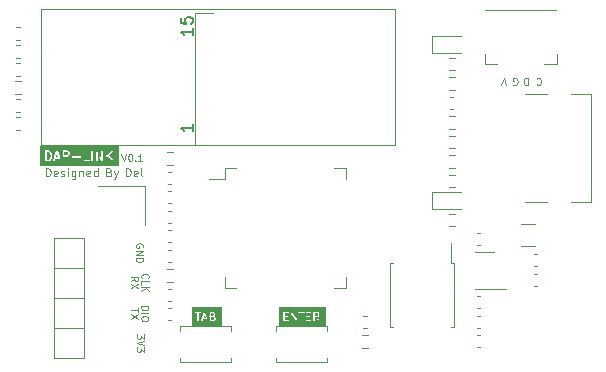
<source format=gbr>
%TF.GenerationSoftware,KiCad,Pcbnew,(7.0.0)*%
%TF.CreationDate,2023-03-01T10:12:44+08:00*%
%TF.ProjectId,DAP_Link_V0_1,4441505f-4c69-46e6-9b5f-56305f312e6b,rev?*%
%TF.SameCoordinates,Original*%
%TF.FileFunction,Legend,Top*%
%TF.FilePolarity,Positive*%
%FSLAX46Y46*%
G04 Gerber Fmt 4.6, Leading zero omitted, Abs format (unit mm)*
G04 Created by KiCad (PCBNEW (7.0.0)) date 2023-03-01 10:12:44*
%MOMM*%
%LPD*%
G01*
G04 APERTURE LIST*
%ADD10C,0.120000*%
%ADD11C,0.110000*%
%ADD12C,0.130000*%
%ADD13C,0.100000*%
%ADD14C,0.150000*%
G04 APERTURE END LIST*
D10*
X87441066Y-68199066D02*
X87441066Y-67499066D01*
X87441066Y-67499066D02*
X87607733Y-67499066D01*
X87607733Y-67499066D02*
X87707733Y-67532400D01*
X87707733Y-67532400D02*
X87774400Y-67599066D01*
X87774400Y-67599066D02*
X87807733Y-67665733D01*
X87807733Y-67665733D02*
X87841066Y-67799066D01*
X87841066Y-67799066D02*
X87841066Y-67899066D01*
X87841066Y-67899066D02*
X87807733Y-68032400D01*
X87807733Y-68032400D02*
X87774400Y-68099066D01*
X87774400Y-68099066D02*
X87707733Y-68165733D01*
X87707733Y-68165733D02*
X87607733Y-68199066D01*
X87607733Y-68199066D02*
X87441066Y-68199066D01*
X88407733Y-68165733D02*
X88341066Y-68199066D01*
X88341066Y-68199066D02*
X88207733Y-68199066D01*
X88207733Y-68199066D02*
X88141066Y-68165733D01*
X88141066Y-68165733D02*
X88107733Y-68099066D01*
X88107733Y-68099066D02*
X88107733Y-67832400D01*
X88107733Y-67832400D02*
X88141066Y-67765733D01*
X88141066Y-67765733D02*
X88207733Y-67732400D01*
X88207733Y-67732400D02*
X88341066Y-67732400D01*
X88341066Y-67732400D02*
X88407733Y-67765733D01*
X88407733Y-67765733D02*
X88441066Y-67832400D01*
X88441066Y-67832400D02*
X88441066Y-67899066D01*
X88441066Y-67899066D02*
X88107733Y-67965733D01*
X88707733Y-68165733D02*
X88774400Y-68199066D01*
X88774400Y-68199066D02*
X88907733Y-68199066D01*
X88907733Y-68199066D02*
X88974400Y-68165733D01*
X88974400Y-68165733D02*
X89007733Y-68099066D01*
X89007733Y-68099066D02*
X89007733Y-68065733D01*
X89007733Y-68065733D02*
X88974400Y-67999066D01*
X88974400Y-67999066D02*
X88907733Y-67965733D01*
X88907733Y-67965733D02*
X88807733Y-67965733D01*
X88807733Y-67965733D02*
X88741066Y-67932400D01*
X88741066Y-67932400D02*
X88707733Y-67865733D01*
X88707733Y-67865733D02*
X88707733Y-67832400D01*
X88707733Y-67832400D02*
X88741066Y-67765733D01*
X88741066Y-67765733D02*
X88807733Y-67732400D01*
X88807733Y-67732400D02*
X88907733Y-67732400D01*
X88907733Y-67732400D02*
X88974400Y-67765733D01*
X89307733Y-68199066D02*
X89307733Y-67732400D01*
X89307733Y-67499066D02*
X89274400Y-67532400D01*
X89274400Y-67532400D02*
X89307733Y-67565733D01*
X89307733Y-67565733D02*
X89341067Y-67532400D01*
X89341067Y-67532400D02*
X89307733Y-67499066D01*
X89307733Y-67499066D02*
X89307733Y-67565733D01*
X89941066Y-67732400D02*
X89941066Y-68299066D01*
X89941066Y-68299066D02*
X89907733Y-68365733D01*
X89907733Y-68365733D02*
X89874400Y-68399066D01*
X89874400Y-68399066D02*
X89807733Y-68432400D01*
X89807733Y-68432400D02*
X89707733Y-68432400D01*
X89707733Y-68432400D02*
X89641066Y-68399066D01*
X89941066Y-68165733D02*
X89874400Y-68199066D01*
X89874400Y-68199066D02*
X89741066Y-68199066D01*
X89741066Y-68199066D02*
X89674400Y-68165733D01*
X89674400Y-68165733D02*
X89641066Y-68132400D01*
X89641066Y-68132400D02*
X89607733Y-68065733D01*
X89607733Y-68065733D02*
X89607733Y-67865733D01*
X89607733Y-67865733D02*
X89641066Y-67799066D01*
X89641066Y-67799066D02*
X89674400Y-67765733D01*
X89674400Y-67765733D02*
X89741066Y-67732400D01*
X89741066Y-67732400D02*
X89874400Y-67732400D01*
X89874400Y-67732400D02*
X89941066Y-67765733D01*
X90274399Y-67732400D02*
X90274399Y-68199066D01*
X90274399Y-67799066D02*
X90307733Y-67765733D01*
X90307733Y-67765733D02*
X90374399Y-67732400D01*
X90374399Y-67732400D02*
X90474399Y-67732400D01*
X90474399Y-67732400D02*
X90541066Y-67765733D01*
X90541066Y-67765733D02*
X90574399Y-67832400D01*
X90574399Y-67832400D02*
X90574399Y-68199066D01*
X91174399Y-68165733D02*
X91107732Y-68199066D01*
X91107732Y-68199066D02*
X90974399Y-68199066D01*
X90974399Y-68199066D02*
X90907732Y-68165733D01*
X90907732Y-68165733D02*
X90874399Y-68099066D01*
X90874399Y-68099066D02*
X90874399Y-67832400D01*
X90874399Y-67832400D02*
X90907732Y-67765733D01*
X90907732Y-67765733D02*
X90974399Y-67732400D01*
X90974399Y-67732400D02*
X91107732Y-67732400D01*
X91107732Y-67732400D02*
X91174399Y-67765733D01*
X91174399Y-67765733D02*
X91207732Y-67832400D01*
X91207732Y-67832400D02*
X91207732Y-67899066D01*
X91207732Y-67899066D02*
X90874399Y-67965733D01*
X91807732Y-68199066D02*
X91807732Y-67499066D01*
X91807732Y-68165733D02*
X91741066Y-68199066D01*
X91741066Y-68199066D02*
X91607732Y-68199066D01*
X91607732Y-68199066D02*
X91541066Y-68165733D01*
X91541066Y-68165733D02*
X91507732Y-68132400D01*
X91507732Y-68132400D02*
X91474399Y-68065733D01*
X91474399Y-68065733D02*
X91474399Y-67865733D01*
X91474399Y-67865733D02*
X91507732Y-67799066D01*
X91507732Y-67799066D02*
X91541066Y-67765733D01*
X91541066Y-67765733D02*
X91607732Y-67732400D01*
X91607732Y-67732400D02*
X91741066Y-67732400D01*
X91741066Y-67732400D02*
X91807732Y-67765733D01*
X92794399Y-67832400D02*
X92894399Y-67865733D01*
X92894399Y-67865733D02*
X92927732Y-67899066D01*
X92927732Y-67899066D02*
X92961065Y-67965733D01*
X92961065Y-67965733D02*
X92961065Y-68065733D01*
X92961065Y-68065733D02*
X92927732Y-68132400D01*
X92927732Y-68132400D02*
X92894399Y-68165733D01*
X92894399Y-68165733D02*
X92827732Y-68199066D01*
X92827732Y-68199066D02*
X92561065Y-68199066D01*
X92561065Y-68199066D02*
X92561065Y-67499066D01*
X92561065Y-67499066D02*
X92794399Y-67499066D01*
X92794399Y-67499066D02*
X92861065Y-67532400D01*
X92861065Y-67532400D02*
X92894399Y-67565733D01*
X92894399Y-67565733D02*
X92927732Y-67632400D01*
X92927732Y-67632400D02*
X92927732Y-67699066D01*
X92927732Y-67699066D02*
X92894399Y-67765733D01*
X92894399Y-67765733D02*
X92861065Y-67799066D01*
X92861065Y-67799066D02*
X92794399Y-67832400D01*
X92794399Y-67832400D02*
X92561065Y-67832400D01*
X93194399Y-67732400D02*
X93361065Y-68199066D01*
X93527732Y-67732400D02*
X93361065Y-68199066D01*
X93361065Y-68199066D02*
X93294399Y-68365733D01*
X93294399Y-68365733D02*
X93261065Y-68399066D01*
X93261065Y-68399066D02*
X93194399Y-68432400D01*
X94214398Y-68199066D02*
X94214398Y-67499066D01*
X94214398Y-67499066D02*
X94381065Y-67499066D01*
X94381065Y-67499066D02*
X94481065Y-67532400D01*
X94481065Y-67532400D02*
X94547732Y-67599066D01*
X94547732Y-67599066D02*
X94581065Y-67665733D01*
X94581065Y-67665733D02*
X94614398Y-67799066D01*
X94614398Y-67799066D02*
X94614398Y-67899066D01*
X94614398Y-67899066D02*
X94581065Y-68032400D01*
X94581065Y-68032400D02*
X94547732Y-68099066D01*
X94547732Y-68099066D02*
X94481065Y-68165733D01*
X94481065Y-68165733D02*
X94381065Y-68199066D01*
X94381065Y-68199066D02*
X94214398Y-68199066D01*
X95181065Y-68165733D02*
X95114398Y-68199066D01*
X95114398Y-68199066D02*
X94981065Y-68199066D01*
X94981065Y-68199066D02*
X94914398Y-68165733D01*
X94914398Y-68165733D02*
X94881065Y-68099066D01*
X94881065Y-68099066D02*
X94881065Y-67832400D01*
X94881065Y-67832400D02*
X94914398Y-67765733D01*
X94914398Y-67765733D02*
X94981065Y-67732400D01*
X94981065Y-67732400D02*
X95114398Y-67732400D01*
X95114398Y-67732400D02*
X95181065Y-67765733D01*
X95181065Y-67765733D02*
X95214398Y-67832400D01*
X95214398Y-67832400D02*
X95214398Y-67899066D01*
X95214398Y-67899066D02*
X94881065Y-67965733D01*
X95614398Y-68199066D02*
X95547732Y-68165733D01*
X95547732Y-68165733D02*
X95514398Y-68099066D01*
X95514398Y-68099066D02*
X95514398Y-67499066D01*
D11*
X93833942Y-66300028D02*
X94033942Y-66900028D01*
X94033942Y-66900028D02*
X94233942Y-66300028D01*
X94548228Y-66300028D02*
X94605371Y-66300028D01*
X94605371Y-66300028D02*
X94662514Y-66328600D01*
X94662514Y-66328600D02*
X94691086Y-66357171D01*
X94691086Y-66357171D02*
X94719657Y-66414314D01*
X94719657Y-66414314D02*
X94748228Y-66528600D01*
X94748228Y-66528600D02*
X94748228Y-66671457D01*
X94748228Y-66671457D02*
X94719657Y-66785742D01*
X94719657Y-66785742D02*
X94691086Y-66842885D01*
X94691086Y-66842885D02*
X94662514Y-66871457D01*
X94662514Y-66871457D02*
X94605371Y-66900028D01*
X94605371Y-66900028D02*
X94548228Y-66900028D01*
X94548228Y-66900028D02*
X94491086Y-66871457D01*
X94491086Y-66871457D02*
X94462514Y-66842885D01*
X94462514Y-66842885D02*
X94433943Y-66785742D01*
X94433943Y-66785742D02*
X94405371Y-66671457D01*
X94405371Y-66671457D02*
X94405371Y-66528600D01*
X94405371Y-66528600D02*
X94433943Y-66414314D01*
X94433943Y-66414314D02*
X94462514Y-66357171D01*
X94462514Y-66357171D02*
X94491086Y-66328600D01*
X94491086Y-66328600D02*
X94548228Y-66300028D01*
X95005372Y-66842885D02*
X95033943Y-66871457D01*
X95033943Y-66871457D02*
X95005372Y-66900028D01*
X95005372Y-66900028D02*
X94976800Y-66871457D01*
X94976800Y-66871457D02*
X95005372Y-66842885D01*
X95005372Y-66842885D02*
X95005372Y-66900028D01*
X95605371Y-66900028D02*
X95262514Y-66900028D01*
X95433943Y-66900028D02*
X95433943Y-66300028D01*
X95433943Y-66300028D02*
X95376800Y-66385742D01*
X95376800Y-66385742D02*
X95319657Y-66442885D01*
X95319657Y-66442885D02*
X95262514Y-66471457D01*
D12*
G36*
X87709125Y-66151411D02*
G01*
X87767007Y-66209293D01*
X87797194Y-66269668D01*
X87831619Y-66407364D01*
X87831619Y-66505645D01*
X87797193Y-66643343D01*
X87767007Y-66703715D01*
X87709126Y-66761597D01*
X87619405Y-66791504D01*
X87504476Y-66791504D01*
X87504476Y-66121504D01*
X87619403Y-66121504D01*
X87709125Y-66151411D01*
G37*
G36*
X88492150Y-66562933D02*
G01*
X88291563Y-66562933D01*
X88391857Y-66262052D01*
X88492150Y-66562933D01*
G37*
G36*
X89267639Y-66148021D02*
G01*
X89290817Y-66171199D01*
X89317333Y-66224229D01*
X89317333Y-66307826D01*
X89290815Y-66360858D01*
X89267639Y-66384036D01*
X89214607Y-66410552D01*
X88990190Y-66410552D01*
X88990190Y-66121504D01*
X89214607Y-66121504D01*
X89267639Y-66148021D01*
G37*
G36*
X93666142Y-67339886D02*
G01*
X86939714Y-67339886D01*
X86939714Y-66866145D01*
X87372422Y-66866145D01*
X87378417Y-66879274D01*
X87382486Y-66893129D01*
X87386224Y-66896368D01*
X87388279Y-66900867D01*
X87400423Y-66908672D01*
X87411334Y-66918126D01*
X87416228Y-66918829D01*
X87420390Y-66921504D01*
X87434830Y-66921504D01*
X87449117Y-66923558D01*
X87453615Y-66921504D01*
X87621803Y-66921504D01*
X87632400Y-66924204D01*
X87649394Y-66918539D01*
X87666577Y-66913494D01*
X87667408Y-66912534D01*
X87761469Y-66881180D01*
X87776704Y-66877867D01*
X87781343Y-66873228D01*
X88059543Y-66873228D01*
X88079006Y-66906064D01*
X88113132Y-66923166D01*
X88151087Y-66919103D01*
X88180819Y-66895165D01*
X88248230Y-66692933D01*
X88535484Y-66692933D01*
X88599814Y-66885924D01*
X88616039Y-66909271D01*
X88651312Y-66923863D01*
X88688874Y-66917068D01*
X88716799Y-66891045D01*
X88726223Y-66854056D01*
X88648859Y-66621963D01*
X88649387Y-66618292D01*
X88642900Y-66604089D01*
X88603268Y-66485193D01*
X88858136Y-66485193D01*
X88860190Y-66489691D01*
X88860190Y-66865849D01*
X88868200Y-66893129D01*
X88897048Y-66918126D01*
X88934831Y-66923558D01*
X88969553Y-66907701D01*
X88990190Y-66875590D01*
X88990190Y-66866145D01*
X90648612Y-66866145D01*
X90654607Y-66879274D01*
X90658676Y-66893129D01*
X90662414Y-66896368D01*
X90664469Y-66900867D01*
X90676613Y-66908672D01*
X90687524Y-66918126D01*
X90692418Y-66918829D01*
X90696580Y-66921504D01*
X90711020Y-66921504D01*
X90725307Y-66923558D01*
X90729805Y-66921504D01*
X91105963Y-66921504D01*
X91133243Y-66913494D01*
X91158240Y-66884646D01*
X91160942Y-66865849D01*
X91298285Y-66865849D01*
X91306295Y-66893129D01*
X91335143Y-66918126D01*
X91372926Y-66923558D01*
X91407648Y-66907701D01*
X91428285Y-66875590D01*
X91428285Y-66072182D01*
X91678332Y-66072182D01*
X91679237Y-66073766D01*
X91679237Y-66865849D01*
X91687247Y-66893129D01*
X91716095Y-66918126D01*
X91753878Y-66923558D01*
X91788600Y-66907701D01*
X91809237Y-66875590D01*
X91809237Y-66301266D01*
X92141161Y-66882132D01*
X92144390Y-66893129D01*
X92157537Y-66904521D01*
X92170070Y-66916578D01*
X92171858Y-66916931D01*
X92173238Y-66918126D01*
X92190455Y-66920601D01*
X92207519Y-66923969D01*
X92209215Y-66923298D01*
X92211021Y-66923558D01*
X92226840Y-66916333D01*
X92243019Y-66909940D01*
X92244083Y-66908458D01*
X92245743Y-66907701D01*
X92255149Y-66893064D01*
X92265299Y-66878945D01*
X92265393Y-66877124D01*
X92266380Y-66875590D01*
X92266380Y-66858196D01*
X92267285Y-66840826D01*
X92266380Y-66839242D01*
X92266380Y-66499247D01*
X92516136Y-66499247D01*
X92517332Y-66515970D01*
X92517332Y-66865849D01*
X92525342Y-66893129D01*
X92554190Y-66918126D01*
X92591973Y-66923558D01*
X92626695Y-66907701D01*
X92647332Y-66875590D01*
X92647332Y-66540571D01*
X92689584Y-66498318D01*
X92993082Y-66902980D01*
X93015858Y-66919998D01*
X93053935Y-66922687D01*
X93087420Y-66904362D01*
X93105683Y-66870844D01*
X93102926Y-66832773D01*
X92782442Y-66405461D01*
X93092045Y-66095858D01*
X93105671Y-66070904D01*
X93102948Y-66032830D01*
X93080072Y-66002272D01*
X93044307Y-65988933D01*
X93007009Y-65997046D01*
X92657243Y-66346811D01*
X92648672Y-66351502D01*
X92647332Y-66353961D01*
X92647332Y-66047159D01*
X92639322Y-66019879D01*
X92610474Y-65994882D01*
X92572691Y-65989450D01*
X92537969Y-66005307D01*
X92517332Y-66037418D01*
X92517332Y-66497057D01*
X92516136Y-66499247D01*
X92266380Y-66499247D01*
X92266380Y-66047159D01*
X92258370Y-66019879D01*
X92229522Y-65994882D01*
X92191739Y-65989450D01*
X92157017Y-66005307D01*
X92136380Y-66037418D01*
X92136380Y-66611742D01*
X91804455Y-66030875D01*
X91801227Y-66019879D01*
X91788079Y-66008486D01*
X91775547Y-65996430D01*
X91773758Y-65996076D01*
X91772379Y-65994882D01*
X91755161Y-65992406D01*
X91738098Y-65989039D01*
X91736401Y-65989709D01*
X91734596Y-65989450D01*
X91718776Y-65996674D01*
X91702598Y-66003068D01*
X91701533Y-66004549D01*
X91699874Y-66005307D01*
X91690467Y-66019943D01*
X91680318Y-66034063D01*
X91680223Y-66035883D01*
X91679237Y-66037418D01*
X91679237Y-66054812D01*
X91678332Y-66072182D01*
X91428285Y-66072182D01*
X91428285Y-66047159D01*
X91420275Y-66019879D01*
X91391427Y-65994882D01*
X91353644Y-65989450D01*
X91318922Y-66005307D01*
X91298285Y-66037418D01*
X91298285Y-66865849D01*
X91160942Y-66865849D01*
X91163672Y-66846863D01*
X91147815Y-66812141D01*
X91115704Y-66791504D01*
X90780666Y-66791504D01*
X90780666Y-66047159D01*
X90772656Y-66019879D01*
X90743808Y-65994882D01*
X90706025Y-65989450D01*
X90671303Y-66005307D01*
X90650666Y-66037418D01*
X90650666Y-66851858D01*
X90648612Y-66866145D01*
X88990190Y-66866145D01*
X88990190Y-66561383D01*
X89658136Y-66561383D01*
X89673993Y-66596105D01*
X89706104Y-66616742D01*
X90344059Y-66616742D01*
X90371339Y-66608732D01*
X90396336Y-66579884D01*
X90401768Y-66542101D01*
X90385911Y-66507379D01*
X90353800Y-66486742D01*
X89715845Y-66486742D01*
X89688565Y-66494752D01*
X89663568Y-66523600D01*
X89658136Y-66561383D01*
X88990190Y-66561383D01*
X88990190Y-66540552D01*
X89226457Y-66540552D01*
X89241950Y-66542225D01*
X89253831Y-66536284D01*
X89266577Y-66532542D01*
X89270598Y-66527900D01*
X89327923Y-66499238D01*
X89338609Y-66496914D01*
X89351271Y-66484251D01*
X89364387Y-66472051D01*
X89364701Y-66470820D01*
X89384435Y-66451086D01*
X89393839Y-66445501D01*
X89401856Y-66429466D01*
X89410433Y-66413760D01*
X89410342Y-66412495D01*
X89438908Y-66355365D01*
X89447333Y-66342257D01*
X89447333Y-66328972D01*
X89449685Y-66315900D01*
X89447333Y-66310229D01*
X89447333Y-66212383D01*
X89449006Y-66196886D01*
X89443065Y-66185004D01*
X89439323Y-66172260D01*
X89434681Y-66168238D01*
X89406018Y-66110913D01*
X89403694Y-66100229D01*
X89391035Y-66087570D01*
X89378831Y-66074450D01*
X89377600Y-66074135D01*
X89357865Y-66054400D01*
X89352282Y-66044998D01*
X89336260Y-66036987D01*
X89320542Y-66028404D01*
X89319276Y-66028494D01*
X89262149Y-65999930D01*
X89249038Y-65991504D01*
X89235755Y-65991504D01*
X89222681Y-65989151D01*
X89217007Y-65991504D01*
X88929836Y-65991504D01*
X88915549Y-65989450D01*
X88902419Y-65995445D01*
X88888565Y-65999514D01*
X88885325Y-66003252D01*
X88880827Y-66005307D01*
X88873021Y-66017451D01*
X88863568Y-66028362D01*
X88862864Y-66033256D01*
X88860190Y-66037418D01*
X88860190Y-66051858D01*
X88858136Y-66066145D01*
X88860190Y-66070643D01*
X88860190Y-66470906D01*
X88858136Y-66485193D01*
X88603268Y-66485193D01*
X88457239Y-66047103D01*
X88457504Y-66039780D01*
X88451320Y-66029348D01*
X88450566Y-66027084D01*
X88446572Y-66021337D01*
X88438041Y-66006944D01*
X88435783Y-66005812D01*
X88434341Y-66003737D01*
X88418872Y-65997338D01*
X88403915Y-65989842D01*
X88401403Y-65990110D01*
X88399068Y-65989145D01*
X88382597Y-65992124D01*
X88365960Y-65993906D01*
X88363992Y-65995490D01*
X88361506Y-65995940D01*
X88349266Y-66007345D01*
X88336228Y-66017843D01*
X88335428Y-66020241D01*
X88333581Y-66021963D01*
X88329450Y-66038176D01*
X88143799Y-66595126D01*
X88139758Y-66599791D01*
X88137871Y-66612909D01*
X88060570Y-66844815D01*
X88059543Y-66873228D01*
X87781343Y-66873228D01*
X87786098Y-66868472D01*
X87797005Y-66860893D01*
X87799352Y-66855218D01*
X87860627Y-66793943D01*
X87870030Y-66788359D01*
X87878037Y-66772344D01*
X87886624Y-66756619D01*
X87886533Y-66755351D01*
X87911483Y-66705451D01*
X87916953Y-66700309D01*
X87919851Y-66688714D01*
X87920840Y-66686738D01*
X87922109Y-66679682D01*
X87957084Y-66539789D01*
X87961619Y-66532733D01*
X87961619Y-66521650D01*
X87961945Y-66520346D01*
X87961619Y-66512328D01*
X87961619Y-66410058D01*
X87964307Y-66402112D01*
X87961619Y-66391360D01*
X87961619Y-66390016D01*
X87959357Y-66382312D01*
X87924390Y-66242445D01*
X87925196Y-66234982D01*
X87919852Y-66224294D01*
X87919316Y-66222149D01*
X87915686Y-66215963D01*
X87882210Y-66149009D01*
X87879886Y-66138324D01*
X87867216Y-66125654D01*
X87855022Y-66112545D01*
X87853792Y-66112230D01*
X87792670Y-66051108D01*
X87782899Y-66038971D01*
X87770296Y-66034770D01*
X87758638Y-66028404D01*
X87752513Y-66028842D01*
X87658236Y-65997415D01*
X87649038Y-65991504D01*
X87631129Y-65991504D01*
X87613229Y-65990857D01*
X87612137Y-65991504D01*
X87444122Y-65991504D01*
X87429835Y-65989450D01*
X87416705Y-65995445D01*
X87402851Y-65999514D01*
X87399611Y-66003252D01*
X87395113Y-66005307D01*
X87387307Y-66017451D01*
X87377854Y-66028362D01*
X87377150Y-66033256D01*
X87374476Y-66037418D01*
X87374476Y-66051858D01*
X87372422Y-66066145D01*
X87374476Y-66070643D01*
X87374476Y-66851858D01*
X87372422Y-66866145D01*
X86939714Y-66866145D01*
X86939714Y-65596314D01*
X93666142Y-65596314D01*
X93666142Y-67339886D01*
G37*
D13*
X128978085Y-59928514D02*
X129006657Y-59899942D01*
X129006657Y-59899942D02*
X129092371Y-59871371D01*
X129092371Y-59871371D02*
X129149514Y-59871371D01*
X129149514Y-59871371D02*
X129235228Y-59899942D01*
X129235228Y-59899942D02*
X129292371Y-59957085D01*
X129292371Y-59957085D02*
X129320942Y-60014228D01*
X129320942Y-60014228D02*
X129349514Y-60128514D01*
X129349514Y-60128514D02*
X129349514Y-60214228D01*
X129349514Y-60214228D02*
X129320942Y-60328514D01*
X129320942Y-60328514D02*
X129292371Y-60385657D01*
X129292371Y-60385657D02*
X129235228Y-60442800D01*
X129235228Y-60442800D02*
X129149514Y-60471371D01*
X129149514Y-60471371D02*
X129092371Y-60471371D01*
X129092371Y-60471371D02*
X129006657Y-60442800D01*
X129006657Y-60442800D02*
X128978085Y-60414228D01*
X128228742Y-59871371D02*
X128228742Y-60471371D01*
X128228742Y-60471371D02*
X128085885Y-60471371D01*
X128085885Y-60471371D02*
X128000171Y-60442800D01*
X128000171Y-60442800D02*
X127943028Y-60385657D01*
X127943028Y-60385657D02*
X127914457Y-60328514D01*
X127914457Y-60328514D02*
X127885885Y-60214228D01*
X127885885Y-60214228D02*
X127885885Y-60128514D01*
X127885885Y-60128514D02*
X127914457Y-60014228D01*
X127914457Y-60014228D02*
X127943028Y-59957085D01*
X127943028Y-59957085D02*
X128000171Y-59899942D01*
X128000171Y-59899942D02*
X128085885Y-59871371D01*
X128085885Y-59871371D02*
X128228742Y-59871371D01*
X127025457Y-60442800D02*
X127082600Y-60471371D01*
X127082600Y-60471371D02*
X127168314Y-60471371D01*
X127168314Y-60471371D02*
X127254028Y-60442800D01*
X127254028Y-60442800D02*
X127311171Y-60385657D01*
X127311171Y-60385657D02*
X127339742Y-60328514D01*
X127339742Y-60328514D02*
X127368314Y-60214228D01*
X127368314Y-60214228D02*
X127368314Y-60128514D01*
X127368314Y-60128514D02*
X127339742Y-60014228D01*
X127339742Y-60014228D02*
X127311171Y-59957085D01*
X127311171Y-59957085D02*
X127254028Y-59899942D01*
X127254028Y-59899942D02*
X127168314Y-59871371D01*
X127168314Y-59871371D02*
X127111171Y-59871371D01*
X127111171Y-59871371D02*
X127025457Y-59899942D01*
X127025457Y-59899942D02*
X126996885Y-59928514D01*
X126996885Y-59928514D02*
X126996885Y-60128514D01*
X126996885Y-60128514D02*
X127111171Y-60128514D01*
X126384057Y-60471371D02*
X126184057Y-59871371D01*
X126184057Y-59871371D02*
X125984057Y-60471371D01*
D10*
X95590114Y-76838114D02*
X95561542Y-76809542D01*
X95561542Y-76809542D02*
X95532971Y-76723828D01*
X95532971Y-76723828D02*
X95532971Y-76666685D01*
X95532971Y-76666685D02*
X95561542Y-76580971D01*
X95561542Y-76580971D02*
X95618685Y-76523828D01*
X95618685Y-76523828D02*
X95675828Y-76495257D01*
X95675828Y-76495257D02*
X95790114Y-76466685D01*
X95790114Y-76466685D02*
X95875828Y-76466685D01*
X95875828Y-76466685D02*
X95990114Y-76495257D01*
X95990114Y-76495257D02*
X96047257Y-76523828D01*
X96047257Y-76523828D02*
X96104400Y-76580971D01*
X96104400Y-76580971D02*
X96132971Y-76666685D01*
X96132971Y-76666685D02*
X96132971Y-76723828D01*
X96132971Y-76723828D02*
X96104400Y-76809542D01*
X96104400Y-76809542D02*
X96075828Y-76838114D01*
X95532971Y-77380971D02*
X95532971Y-77095257D01*
X95532971Y-77095257D02*
X96132971Y-77095257D01*
X95532971Y-77580971D02*
X96132971Y-77580971D01*
X95532971Y-77923828D02*
X95875828Y-77666685D01*
X96132971Y-77923828D02*
X95790114Y-77580971D01*
X95507571Y-79187657D02*
X96107571Y-79187657D01*
X96107571Y-79187657D02*
X96107571Y-79330514D01*
X96107571Y-79330514D02*
X96079000Y-79416228D01*
X96079000Y-79416228D02*
X96021857Y-79473371D01*
X96021857Y-79473371D02*
X95964714Y-79501942D01*
X95964714Y-79501942D02*
X95850428Y-79530514D01*
X95850428Y-79530514D02*
X95764714Y-79530514D01*
X95764714Y-79530514D02*
X95650428Y-79501942D01*
X95650428Y-79501942D02*
X95593285Y-79473371D01*
X95593285Y-79473371D02*
X95536142Y-79416228D01*
X95536142Y-79416228D02*
X95507571Y-79330514D01*
X95507571Y-79330514D02*
X95507571Y-79187657D01*
X95507571Y-79787657D02*
X96107571Y-79787657D01*
X96107571Y-80187656D02*
X96107571Y-80301942D01*
X96107571Y-80301942D02*
X96079000Y-80359085D01*
X96079000Y-80359085D02*
X96021857Y-80416228D01*
X96021857Y-80416228D02*
X95907571Y-80444799D01*
X95907571Y-80444799D02*
X95707571Y-80444799D01*
X95707571Y-80444799D02*
X95593285Y-80416228D01*
X95593285Y-80416228D02*
X95536142Y-80359085D01*
X95536142Y-80359085D02*
X95507571Y-80301942D01*
X95507571Y-80301942D02*
X95507571Y-80187656D01*
X95507571Y-80187656D02*
X95536142Y-80130514D01*
X95536142Y-80130514D02*
X95593285Y-80073371D01*
X95593285Y-80073371D02*
X95707571Y-80044799D01*
X95707571Y-80044799D02*
X95907571Y-80044799D01*
X95907571Y-80044799D02*
X96021857Y-80073371D01*
X96021857Y-80073371D02*
X96079000Y-80130514D01*
X96079000Y-80130514D02*
X96107571Y-80187656D01*
X95726571Y-81568914D02*
X95726571Y-81940342D01*
X95726571Y-81940342D02*
X95498000Y-81740342D01*
X95498000Y-81740342D02*
X95498000Y-81826057D01*
X95498000Y-81826057D02*
X95469428Y-81883200D01*
X95469428Y-81883200D02*
X95440857Y-81911771D01*
X95440857Y-81911771D02*
X95383714Y-81940342D01*
X95383714Y-81940342D02*
X95240857Y-81940342D01*
X95240857Y-81940342D02*
X95183714Y-81911771D01*
X95183714Y-81911771D02*
X95155142Y-81883200D01*
X95155142Y-81883200D02*
X95126571Y-81826057D01*
X95126571Y-81826057D02*
X95126571Y-81654628D01*
X95126571Y-81654628D02*
X95155142Y-81597485D01*
X95155142Y-81597485D02*
X95183714Y-81568914D01*
X95726571Y-82111771D02*
X95126571Y-82311771D01*
X95126571Y-82311771D02*
X95726571Y-82511771D01*
X95726571Y-82654629D02*
X95726571Y-83026057D01*
X95726571Y-83026057D02*
X95498000Y-82826057D01*
X95498000Y-82826057D02*
X95498000Y-82911772D01*
X95498000Y-82911772D02*
X95469428Y-82968915D01*
X95469428Y-82968915D02*
X95440857Y-82997486D01*
X95440857Y-82997486D02*
X95383714Y-83026057D01*
X95383714Y-83026057D02*
X95240857Y-83026057D01*
X95240857Y-83026057D02*
X95183714Y-82997486D01*
X95183714Y-82997486D02*
X95155142Y-82968915D01*
X95155142Y-82968915D02*
X95126571Y-82911772D01*
X95126571Y-82911772D02*
X95126571Y-82740343D01*
X95126571Y-82740343D02*
X95155142Y-82683200D01*
X95155142Y-82683200D02*
X95183714Y-82654629D01*
X95269371Y-79355942D02*
X95269371Y-79698800D01*
X94669371Y-79527371D02*
X95269371Y-79527371D01*
X95269371Y-79841657D02*
X94669371Y-80241657D01*
X95269371Y-80241657D02*
X94669371Y-79841657D01*
X94643971Y-77066714D02*
X94929685Y-76866714D01*
X94643971Y-76723857D02*
X95243971Y-76723857D01*
X95243971Y-76723857D02*
X95243971Y-76952428D01*
X95243971Y-76952428D02*
X95215400Y-77009571D01*
X95215400Y-77009571D02*
X95186828Y-77038142D01*
X95186828Y-77038142D02*
X95129685Y-77066714D01*
X95129685Y-77066714D02*
X95043971Y-77066714D01*
X95043971Y-77066714D02*
X94986828Y-77038142D01*
X94986828Y-77038142D02*
X94958257Y-77009571D01*
X94958257Y-77009571D02*
X94929685Y-76952428D01*
X94929685Y-76952428D02*
X94929685Y-76723857D01*
X95243971Y-77266714D02*
X94643971Y-77666714D01*
X95243971Y-77666714D02*
X94643971Y-77266714D01*
X95647200Y-74193342D02*
X95675771Y-74136200D01*
X95675771Y-74136200D02*
X95675771Y-74050485D01*
X95675771Y-74050485D02*
X95647200Y-73964771D01*
X95647200Y-73964771D02*
X95590057Y-73907628D01*
X95590057Y-73907628D02*
X95532914Y-73879057D01*
X95532914Y-73879057D02*
X95418628Y-73850485D01*
X95418628Y-73850485D02*
X95332914Y-73850485D01*
X95332914Y-73850485D02*
X95218628Y-73879057D01*
X95218628Y-73879057D02*
X95161485Y-73907628D01*
X95161485Y-73907628D02*
X95104342Y-73964771D01*
X95104342Y-73964771D02*
X95075771Y-74050485D01*
X95075771Y-74050485D02*
X95075771Y-74107628D01*
X95075771Y-74107628D02*
X95104342Y-74193342D01*
X95104342Y-74193342D02*
X95132914Y-74221914D01*
X95132914Y-74221914D02*
X95332914Y-74221914D01*
X95332914Y-74221914D02*
X95332914Y-74107628D01*
X95075771Y-74479057D02*
X95675771Y-74479057D01*
X95675771Y-74479057D02*
X95075771Y-74821914D01*
X95075771Y-74821914D02*
X95675771Y-74821914D01*
X95075771Y-75107628D02*
X95675771Y-75107628D01*
X95675771Y-75107628D02*
X95675771Y-75250485D01*
X95675771Y-75250485D02*
X95647200Y-75336199D01*
X95647200Y-75336199D02*
X95590057Y-75393342D01*
X95590057Y-75393342D02*
X95532914Y-75421913D01*
X95532914Y-75421913D02*
X95418628Y-75450485D01*
X95418628Y-75450485D02*
X95332914Y-75450485D01*
X95332914Y-75450485D02*
X95218628Y-75421913D01*
X95218628Y-75421913D02*
X95161485Y-75393342D01*
X95161485Y-75393342D02*
X95104342Y-75336199D01*
X95104342Y-75336199D02*
X95075771Y-75250485D01*
X95075771Y-75250485D02*
X95075771Y-75107628D01*
G36*
X110439790Y-79799111D02*
G01*
X110459353Y-79818674D01*
X110481998Y-79863965D01*
X110481998Y-79935635D01*
X110459352Y-79980926D01*
X110439791Y-80000487D01*
X110394500Y-80023133D01*
X110311763Y-80023133D01*
X110297327Y-80021637D01*
X110294366Y-80023133D01*
X110201998Y-80023133D01*
X110201998Y-79776466D01*
X110394501Y-79776466D01*
X110439790Y-79799111D01*
G37*
G36*
X111115332Y-80848800D02*
G01*
X107162000Y-80848800D01*
X107162000Y-80425365D01*
X107546769Y-80425365D01*
X107552305Y-80437487D01*
X107556060Y-80450274D01*
X107559510Y-80453264D01*
X107561407Y-80457416D01*
X107572616Y-80464620D01*
X107582689Y-80473348D01*
X107587207Y-80473997D01*
X107591048Y-80476466D01*
X107604373Y-80476466D01*
X107617565Y-80478363D01*
X107621719Y-80476466D01*
X107950627Y-80476466D01*
X107975808Y-80469072D01*
X107998882Y-80442443D01*
X108003897Y-80407567D01*
X107989259Y-80375516D01*
X107959618Y-80356466D01*
X107668666Y-80356466D01*
X107668666Y-80109800D01*
X107850627Y-80109800D01*
X107875808Y-80102406D01*
X107898882Y-80075777D01*
X107903897Y-80040901D01*
X107889259Y-80008850D01*
X107859618Y-79989800D01*
X107668666Y-79989800D01*
X107668666Y-79776466D01*
X107950627Y-79776466D01*
X107975808Y-79769072D01*
X107998882Y-79742443D01*
X108000536Y-79730938D01*
X108181163Y-79730938D01*
X108181999Y-79732401D01*
X108181999Y-80425093D01*
X108189393Y-80450274D01*
X108216022Y-80473348D01*
X108250898Y-80478363D01*
X108282949Y-80463725D01*
X108301999Y-80434084D01*
X108301999Y-79942401D01*
X108586412Y-80440122D01*
X108589393Y-80450274D01*
X108601525Y-80460786D01*
X108613098Y-80471920D01*
X108614750Y-80472246D01*
X108616022Y-80473348D01*
X108631911Y-80475632D01*
X108647666Y-80478742D01*
X108649231Y-80478123D01*
X108650898Y-80478363D01*
X108665490Y-80471698D01*
X108680435Y-80465793D01*
X108681419Y-80464423D01*
X108682949Y-80463725D01*
X108691623Y-80450227D01*
X108701001Y-80437182D01*
X108701088Y-80435500D01*
X108701999Y-80434084D01*
X108701999Y-80418034D01*
X108702835Y-80401995D01*
X108701999Y-80400532D01*
X108701999Y-79725365D01*
X108813435Y-79725365D01*
X108828073Y-79757416D01*
X108857714Y-79776466D01*
X109015332Y-79776466D01*
X109015332Y-80425093D01*
X109022726Y-80450274D01*
X109049355Y-80473348D01*
X109084231Y-80478363D01*
X109116282Y-80463725D01*
X109135332Y-80434084D01*
X109135332Y-80425365D01*
X109446768Y-80425365D01*
X109452304Y-80437487D01*
X109456059Y-80450274D01*
X109459509Y-80453264D01*
X109461406Y-80457416D01*
X109472615Y-80464620D01*
X109482688Y-80473348D01*
X109487206Y-80473997D01*
X109491047Y-80476466D01*
X109504372Y-80476466D01*
X109517564Y-80478363D01*
X109521718Y-80476466D01*
X109850626Y-80476466D01*
X109875807Y-80469072D01*
X109898881Y-80442443D01*
X109903896Y-80407567D01*
X109889258Y-80375516D01*
X109859617Y-80356466D01*
X109568665Y-80356466D01*
X109568665Y-80109800D01*
X109750626Y-80109800D01*
X109775807Y-80102406D01*
X109784796Y-80092032D01*
X110080101Y-80092032D01*
X110081998Y-80096186D01*
X110081998Y-80425093D01*
X110089392Y-80450274D01*
X110116021Y-80473348D01*
X110150897Y-80478363D01*
X110182948Y-80463725D01*
X110201998Y-80434084D01*
X110201998Y-80143133D01*
X110277425Y-80143133D01*
X110497791Y-80457941D01*
X110518289Y-80474330D01*
X110553337Y-80477963D01*
X110584784Y-80462071D01*
X110602647Y-80431699D01*
X110601255Y-80396492D01*
X110423625Y-80142734D01*
X110430708Y-80139193D01*
X110442473Y-80135739D01*
X110446184Y-80131455D01*
X110495437Y-80106829D01*
X110505301Y-80104684D01*
X110516982Y-80093002D01*
X110529097Y-80081733D01*
X110529387Y-80080596D01*
X110545770Y-80064212D01*
X110554452Y-80059057D01*
X110561854Y-80044252D01*
X110569769Y-80029757D01*
X110569685Y-80028589D01*
X110594219Y-79979520D01*
X110601998Y-79967418D01*
X110601998Y-79955157D01*
X110604170Y-79943087D01*
X110601998Y-79937850D01*
X110601998Y-79853033D01*
X110603543Y-79838726D01*
X110598058Y-79827756D01*
X110594604Y-79815992D01*
X110590320Y-79812280D01*
X110565694Y-79763026D01*
X110563549Y-79753164D01*
X110551861Y-79741476D01*
X110540598Y-79729368D01*
X110539462Y-79729077D01*
X110523076Y-79712691D01*
X110517923Y-79704014D01*
X110503145Y-79696624D01*
X110488624Y-79688696D01*
X110487455Y-79688779D01*
X110438383Y-79664243D01*
X110426283Y-79656466D01*
X110414023Y-79656466D01*
X110401953Y-79654294D01*
X110396716Y-79656466D01*
X110146291Y-79656466D01*
X110133099Y-79654569D01*
X110120976Y-79660105D01*
X110108190Y-79663860D01*
X110105199Y-79667310D01*
X110101048Y-79669207D01*
X110093843Y-79680416D01*
X110085116Y-79690489D01*
X110084466Y-79695007D01*
X110081998Y-79698848D01*
X110081998Y-79712173D01*
X110080101Y-79725365D01*
X110081998Y-79729519D01*
X110081998Y-80078840D01*
X110080101Y-80092032D01*
X109784796Y-80092032D01*
X109798881Y-80075777D01*
X109803896Y-80040901D01*
X109789258Y-80008850D01*
X109759617Y-79989800D01*
X109568665Y-79989800D01*
X109568665Y-79776466D01*
X109850626Y-79776466D01*
X109875807Y-79769072D01*
X109898881Y-79742443D01*
X109903896Y-79707567D01*
X109889258Y-79675516D01*
X109859617Y-79656466D01*
X109512958Y-79656466D01*
X109499766Y-79654569D01*
X109487643Y-79660105D01*
X109474857Y-79663860D01*
X109471866Y-79667310D01*
X109467715Y-79669207D01*
X109460510Y-79680416D01*
X109451783Y-79690489D01*
X109451133Y-79695007D01*
X109448665Y-79698848D01*
X109448665Y-79712173D01*
X109446768Y-79725365D01*
X109448665Y-79729519D01*
X109448665Y-80045507D01*
X109446768Y-80058699D01*
X109448665Y-80062853D01*
X109448665Y-80412173D01*
X109446768Y-80425365D01*
X109135332Y-80425365D01*
X109135332Y-79776466D01*
X109283959Y-79776466D01*
X109309140Y-79769072D01*
X109332214Y-79742443D01*
X109337229Y-79707567D01*
X109322591Y-79675516D01*
X109292950Y-79656466D01*
X109079625Y-79656466D01*
X109066433Y-79654569D01*
X109062279Y-79656466D01*
X108866705Y-79656466D01*
X108841524Y-79663860D01*
X108818450Y-79690489D01*
X108813435Y-79725365D01*
X108701999Y-79725365D01*
X108701999Y-79707839D01*
X108694605Y-79682658D01*
X108667976Y-79659584D01*
X108633100Y-79654569D01*
X108601049Y-79669207D01*
X108581999Y-79698848D01*
X108581999Y-80190532D01*
X108297585Y-79692809D01*
X108294605Y-79682658D01*
X108282468Y-79672141D01*
X108270900Y-79661013D01*
X108269249Y-79660687D01*
X108267976Y-79659584D01*
X108252078Y-79657297D01*
X108236332Y-79654190D01*
X108234766Y-79654808D01*
X108233100Y-79654569D01*
X108218507Y-79661233D01*
X108203563Y-79667139D01*
X108202578Y-79668508D01*
X108201049Y-79669207D01*
X108192370Y-79682709D01*
X108182997Y-79695751D01*
X108182909Y-79697431D01*
X108181999Y-79698848D01*
X108181999Y-79714899D01*
X108181163Y-79730938D01*
X108000536Y-79730938D01*
X108003897Y-79707567D01*
X107989259Y-79675516D01*
X107959618Y-79656466D01*
X107612959Y-79656466D01*
X107599767Y-79654569D01*
X107587644Y-79660105D01*
X107574858Y-79663860D01*
X107571867Y-79667310D01*
X107567716Y-79669207D01*
X107560511Y-79680416D01*
X107551784Y-79690489D01*
X107551134Y-79695007D01*
X107548666Y-79698848D01*
X107548666Y-79712173D01*
X107546769Y-79725365D01*
X107548666Y-79729519D01*
X107548666Y-80045507D01*
X107546769Y-80058699D01*
X107548666Y-80062853D01*
X107548666Y-80412173D01*
X107546769Y-80425365D01*
X107162000Y-80425365D01*
X107162000Y-79288800D01*
X111115332Y-79288800D01*
X111115332Y-80848800D01*
G37*
G36*
X100967354Y-80156466D02*
G01*
X100800512Y-80156466D01*
X100883932Y-79906202D01*
X100967354Y-80156466D01*
G37*
G36*
X101651521Y-80135574D02*
G01*
X101667954Y-80152007D01*
X101690599Y-80197298D01*
X101690599Y-80268969D01*
X101667954Y-80314258D01*
X101648391Y-80333821D01*
X101603101Y-80356466D01*
X101410599Y-80356466D01*
X101410599Y-80109800D01*
X101574196Y-80109800D01*
X101651521Y-80135574D01*
G37*
G36*
X101615057Y-79799111D02*
G01*
X101634620Y-79818673D01*
X101657266Y-79863965D01*
X101657266Y-79902302D01*
X101634622Y-79947590D01*
X101615056Y-79967155D01*
X101570796Y-79989286D01*
X101568495Y-79989203D01*
X101567488Y-79989800D01*
X101410599Y-79989800D01*
X101410599Y-79776466D01*
X101569769Y-79776466D01*
X101615057Y-79799111D01*
G37*
G36*
X102323933Y-80848800D02*
G01*
X99770600Y-80848800D01*
X99770600Y-79725365D01*
X100055369Y-79725365D01*
X100070007Y-79757416D01*
X100099648Y-79776466D01*
X100257266Y-79776466D01*
X100257266Y-80425093D01*
X100264660Y-80450274D01*
X100291289Y-80473348D01*
X100326165Y-80478363D01*
X100358216Y-80463725D01*
X100377266Y-80434084D01*
X100377266Y-80431904D01*
X100590002Y-80431904D01*
X100607967Y-80462214D01*
X100639468Y-80478001D01*
X100674503Y-80474249D01*
X100701949Y-80452154D01*
X100760512Y-80276466D01*
X101007354Y-80276466D01*
X101063073Y-80443624D01*
X101078051Y-80465175D01*
X101110610Y-80478644D01*
X101145282Y-80472373D01*
X101171059Y-80448351D01*
X101176915Y-80425365D01*
X101288702Y-80425365D01*
X101294238Y-80437487D01*
X101297993Y-80450274D01*
X101301443Y-80453264D01*
X101303340Y-80457416D01*
X101314549Y-80464620D01*
X101324622Y-80473348D01*
X101329140Y-80473997D01*
X101332981Y-80476466D01*
X101346306Y-80476466D01*
X101359498Y-80478363D01*
X101363652Y-80476466D01*
X101614033Y-80476466D01*
X101628340Y-80478011D01*
X101639309Y-80472526D01*
X101651074Y-80469072D01*
X101654785Y-80464788D01*
X101704039Y-80440162D01*
X101713902Y-80438017D01*
X101725589Y-80426329D01*
X101737698Y-80415066D01*
X101737988Y-80413930D01*
X101754373Y-80397545D01*
X101763053Y-80392391D01*
X101770448Y-80377600D01*
X101778370Y-80363092D01*
X101778286Y-80361923D01*
X101802820Y-80312853D01*
X101810599Y-80300751D01*
X101810599Y-80288490D01*
X101812771Y-80276420D01*
X101810599Y-80271183D01*
X101810599Y-80186366D01*
X101812144Y-80172059D01*
X101806659Y-80161089D01*
X101803205Y-80149325D01*
X101798921Y-80145613D01*
X101774295Y-80096359D01*
X101772150Y-80086497D01*
X101760462Y-80074809D01*
X101749199Y-80062701D01*
X101748063Y-80062410D01*
X101728640Y-80042987D01*
X101719850Y-80032068D01*
X101721039Y-80030879D01*
X101729720Y-80025724D01*
X101737116Y-80010931D01*
X101745037Y-79996426D01*
X101744953Y-79995256D01*
X101769487Y-79946186D01*
X101777266Y-79934084D01*
X101777266Y-79921823D01*
X101779438Y-79909753D01*
X101777266Y-79904516D01*
X101777266Y-79853033D01*
X101778811Y-79838726D01*
X101773326Y-79827756D01*
X101769872Y-79815992D01*
X101765588Y-79812280D01*
X101740962Y-79763027D01*
X101738817Y-79753164D01*
X101727135Y-79741482D01*
X101715866Y-79729368D01*
X101714729Y-79729077D01*
X101698344Y-79712692D01*
X101693190Y-79704014D01*
X101678398Y-79696617D01*
X101663890Y-79688696D01*
X101662722Y-79688779D01*
X101613652Y-79664243D01*
X101601551Y-79656466D01*
X101589291Y-79656466D01*
X101577221Y-79654294D01*
X101571984Y-79656466D01*
X101354892Y-79656466D01*
X101341700Y-79654569D01*
X101329577Y-79660105D01*
X101316791Y-79663860D01*
X101313800Y-79667310D01*
X101309649Y-79669207D01*
X101302444Y-79680416D01*
X101293717Y-79690489D01*
X101293067Y-79695007D01*
X101290599Y-79698848D01*
X101290599Y-79712173D01*
X101288702Y-79725365D01*
X101290599Y-79729519D01*
X101290599Y-80045507D01*
X101288702Y-80058699D01*
X101290599Y-80062853D01*
X101290599Y-80412173D01*
X101288702Y-80425365D01*
X101176915Y-80425365D01*
X101179758Y-80414207D01*
X101112008Y-80210957D01*
X101112496Y-80207567D01*
X101106507Y-80194455D01*
X100944285Y-79707787D01*
X100944530Y-79701028D01*
X100938823Y-79691399D01*
X100938126Y-79689308D01*
X100934439Y-79684004D01*
X100926565Y-79670718D01*
X100924479Y-79669672D01*
X100923148Y-79667757D01*
X100908875Y-79661852D01*
X100895064Y-79654931D01*
X100892743Y-79655179D01*
X100890589Y-79654288D01*
X100875377Y-79657039D01*
X100860029Y-79658683D01*
X100858214Y-79660143D01*
X100855917Y-79660559D01*
X100844616Y-79671090D01*
X100832583Y-79680778D01*
X100831844Y-79682993D01*
X100830140Y-79684582D01*
X100826329Y-79699538D01*
X100664114Y-80186183D01*
X100660384Y-80190489D01*
X100658642Y-80202599D01*
X100590950Y-80405677D01*
X100590002Y-80431904D01*
X100377266Y-80431904D01*
X100377266Y-79776466D01*
X100525893Y-79776466D01*
X100551074Y-79769072D01*
X100574148Y-79742443D01*
X100579163Y-79707567D01*
X100564525Y-79675516D01*
X100534884Y-79656466D01*
X100321559Y-79656466D01*
X100308367Y-79654569D01*
X100304213Y-79656466D01*
X100108639Y-79656466D01*
X100083458Y-79663860D01*
X100060384Y-79690489D01*
X100055369Y-79725365D01*
X99770600Y-79725365D01*
X99770600Y-79288800D01*
X102323933Y-79288800D01*
X102323933Y-80848800D01*
G37*
D14*
%TO.C,OLED1*%
X99858380Y-63778295D02*
X99858380Y-64349723D01*
X99858380Y-64064009D02*
X98858380Y-64064009D01*
X98858380Y-64064009D02*
X99001238Y-64159247D01*
X99001238Y-64159247D02*
X99096476Y-64254485D01*
X99096476Y-64254485D02*
X99144095Y-64349723D01*
X99858380Y-55650295D02*
X99858380Y-56221723D01*
X99858380Y-55936009D02*
X98858380Y-55936009D01*
X98858380Y-55936009D02*
X99001238Y-56031247D01*
X99001238Y-56031247D02*
X99096476Y-56126485D01*
X99096476Y-56126485D02*
X99144095Y-56221723D01*
X98858380Y-54745533D02*
X98858380Y-55221723D01*
X98858380Y-55221723D02*
X99334571Y-55269342D01*
X99334571Y-55269342D02*
X99286952Y-55221723D01*
X99286952Y-55221723D02*
X99239333Y-55126485D01*
X99239333Y-55126485D02*
X99239333Y-54888390D01*
X99239333Y-54888390D02*
X99286952Y-54793152D01*
X99286952Y-54793152D02*
X99334571Y-54745533D01*
X99334571Y-54745533D02*
X99429809Y-54697914D01*
X99429809Y-54697914D02*
X99667904Y-54697914D01*
X99667904Y-54697914D02*
X99763142Y-54745533D01*
X99763142Y-54745533D02*
X99810761Y-54793152D01*
X99810761Y-54793152D02*
X99858380Y-54888390D01*
X99858380Y-54888390D02*
X99858380Y-55126485D01*
X99858380Y-55126485D02*
X99810761Y-55221723D01*
X99810761Y-55221723D02*
X99763142Y-55269342D01*
D10*
X100076000Y-54380200D02*
X100076000Y-65556200D01*
X100076000Y-54380200D02*
X101600000Y-54380200D01*
X100076000Y-65556200D02*
X101600000Y-65556200D01*
X87000000Y-54056200D02*
X117000000Y-54056200D01*
X117000000Y-54056200D02*
X117000000Y-65556200D01*
X117000000Y-65556200D02*
X87000000Y-65556200D01*
X87000000Y-65556200D02*
X87000000Y-54056200D01*
%TO.C,U3*%
X124568500Y-77760000D02*
X126368500Y-77760000D01*
X124568500Y-77760000D02*
X123768500Y-77760000D01*
X124568500Y-74640000D02*
X125368500Y-74640000D01*
X124568500Y-74640000D02*
X123768500Y-74640000D01*
%TO.C,C5*%
X84944233Y-61685000D02*
X85236767Y-61685000D01*
X84944233Y-62705000D02*
X85236767Y-62705000D01*
%TO.C,C8*%
X124233267Y-82679000D02*
X123940733Y-82679000D01*
X124233267Y-81659000D02*
X123940733Y-81659000D01*
%TO.C,R10*%
X122055724Y-69102500D02*
X121546276Y-69102500D01*
X122055724Y-68057500D02*
X121546276Y-68057500D01*
%TO.C,C13*%
X114315233Y-80008000D02*
X114607767Y-80008000D01*
X114315233Y-81028000D02*
X114607767Y-81028000D01*
%TO.C,J1*%
X124595000Y-58685000D02*
X124595000Y-57796000D01*
X124595000Y-58685000D02*
X125643000Y-58685000D01*
X129643000Y-58685000D02*
X130691000Y-58685000D01*
X130643000Y-54113000D02*
X124643000Y-54113000D01*
X130691000Y-58685000D02*
X130691000Y-57796000D01*
%TO.C,U2*%
X102590000Y-67447000D02*
X102590000Y-68397000D01*
X102590000Y-68397000D02*
X101250000Y-68397000D01*
X102590000Y-77667000D02*
X102590000Y-76717000D01*
X103540000Y-67447000D02*
X102590000Y-67447000D01*
X103540000Y-77667000D02*
X102590000Y-77667000D01*
X111860000Y-67447000D02*
X112810000Y-67447000D01*
X111860000Y-77667000D02*
X112810000Y-77667000D01*
X112810000Y-67447000D02*
X112810000Y-68397000D01*
X112810000Y-77667000D02*
X112810000Y-76717000D01*
%TO.C,R8*%
X121546276Y-64755500D02*
X122055724Y-64755500D01*
X121546276Y-65800500D02*
X122055724Y-65800500D01*
%TO.C,C17*%
X128758733Y-74801000D02*
X129051267Y-74801000D01*
X128758733Y-75821000D02*
X129051267Y-75821000D01*
%TO.C,C4*%
X85236767Y-64229000D02*
X84944233Y-64229000D01*
X85236767Y-63209000D02*
X84944233Y-63209000D01*
%TO.C,C7*%
X98063267Y-73789000D02*
X97770733Y-73789000D01*
X98063267Y-72769000D02*
X97770733Y-72769000D01*
%TO.C,D2*%
X120141000Y-56288000D02*
X120141000Y-57758000D01*
X120141000Y-57758000D02*
X122601000Y-57758000D01*
X122601000Y-56288000D02*
X120141000Y-56288000D01*
%TO.C,R5*%
X97662276Y-76058500D02*
X98171724Y-76058500D01*
X97662276Y-77103500D02*
X98171724Y-77103500D01*
%TO.C,USB1*%
X127981000Y-70366000D02*
X129901000Y-70366000D01*
X133616000Y-70366000D02*
X131911000Y-70366000D01*
X129901000Y-61206000D02*
X127981000Y-61206000D01*
X131911000Y-61206000D02*
X133616000Y-61206000D01*
X133616000Y-61206000D02*
X133616000Y-70366000D01*
%TO.C,C3*%
X98063267Y-72138000D02*
X97770733Y-72138000D01*
X98063267Y-71118000D02*
X97770733Y-71118000D01*
%TO.C,C18*%
X123940733Y-73023000D02*
X124233267Y-73023000D01*
X123940733Y-74043000D02*
X124233267Y-74043000D01*
%TO.C,SW2*%
X98814000Y-80899000D02*
X103132000Y-80899000D01*
X98814000Y-81280000D02*
X98814000Y-80899000D01*
X98814000Y-83566000D02*
X98814000Y-83947000D01*
X98814000Y-83947000D02*
X103132000Y-83947000D01*
X103132000Y-80899000D02*
X103132000Y-81280000D01*
X103132000Y-83947000D02*
X103132000Y-83566000D01*
%TO.C,R7*%
X121546276Y-66406500D02*
X122055724Y-66406500D01*
X121546276Y-67451500D02*
X122055724Y-67451500D01*
%TO.C,R6*%
X114180276Y-81646500D02*
X114689724Y-81646500D01*
X114180276Y-82691500D02*
X114689724Y-82691500D01*
%TO.C,C10*%
X98063267Y-80393000D02*
X97770733Y-80393000D01*
X98063267Y-79373000D02*
X97770733Y-79373000D01*
%TO.C,SW1*%
X111260000Y-83947000D02*
X106942000Y-83947000D01*
X111260000Y-83566000D02*
X111260000Y-83947000D01*
X111260000Y-81280000D02*
X111260000Y-80899000D01*
X111260000Y-80899000D02*
X106942000Y-80899000D01*
X106942000Y-83947000D02*
X106942000Y-83566000D01*
X106942000Y-80899000D02*
X106942000Y-81280000D01*
%TO.C,F1*%
X127675936Y-72242000D02*
X128880064Y-72242000D01*
X127675936Y-74062000D02*
X128880064Y-74062000D01*
%TO.C,C14*%
X98063267Y-70487000D02*
X97770733Y-70487000D01*
X98063267Y-69467000D02*
X97770733Y-69467000D01*
%TO.C,C11*%
X98063267Y-78742000D02*
X97770733Y-78742000D01*
X98063267Y-77722000D02*
X97770733Y-77722000D01*
%TO.C,R3*%
X121546276Y-58151500D02*
X122055724Y-58151500D01*
X121546276Y-59196500D02*
X122055724Y-59196500D01*
%TO.C,R11*%
X122055724Y-60847500D02*
X121546276Y-60847500D01*
X122055724Y-59802500D02*
X121546276Y-59802500D01*
%TO.C,C12*%
X98063267Y-68836000D02*
X97770733Y-68836000D01*
X98063267Y-67816000D02*
X97770733Y-67816000D01*
%TO.C,C2*%
X85236767Y-58133000D02*
X84944233Y-58133000D01*
X85236767Y-57113000D02*
X84944233Y-57113000D01*
%TO.C,C1*%
X85236767Y-59657000D02*
X84944233Y-59657000D01*
X85236767Y-58637000D02*
X84944233Y-58637000D01*
%TO.C,R4*%
X97662276Y-66152500D02*
X98171724Y-66152500D01*
X97662276Y-67197500D02*
X98171724Y-67197500D01*
%TO.C,C9*%
X97770733Y-74420000D02*
X98063267Y-74420000D01*
X97770733Y-75440000D02*
X98063267Y-75440000D01*
%TO.C,J2*%
X90678000Y-81026000D02*
X88138000Y-81026000D01*
X90678000Y-78486000D02*
X88138000Y-78486000D01*
X90678000Y-75946000D02*
X88138000Y-75946000D01*
X90678000Y-83566000D02*
X88138000Y-83566000D01*
X88138000Y-83566000D02*
X88138000Y-73406000D01*
X88138000Y-73406000D02*
X90678000Y-73406000D01*
X90678000Y-73406000D02*
X90678000Y-83566000D01*
%TO.C,R9*%
X121546276Y-63104500D02*
X122055724Y-63104500D01*
X121546276Y-64149500D02*
X122055724Y-64149500D01*
%TO.C,R1*%
X84835776Y-60148500D02*
X85345224Y-60148500D01*
X84835776Y-61193500D02*
X85345224Y-61193500D01*
%TO.C,C6*%
X85236767Y-56609000D02*
X84944233Y-56609000D01*
X85236767Y-55589000D02*
X84944233Y-55589000D01*
%TO.C,C19*%
X123940733Y-78357000D02*
X124233267Y-78357000D01*
X123940733Y-79377000D02*
X124233267Y-79377000D01*
%TO.C,Y1*%
X95859500Y-72349000D02*
X95859500Y-69049000D01*
X95859500Y-69049000D02*
X91859500Y-69049000D01*
%TO.C,R2*%
X122055724Y-72404500D02*
X121546276Y-72404500D01*
X122055724Y-71359500D02*
X121546276Y-71359500D01*
%TO.C,U1*%
X121986000Y-75507000D02*
X121726000Y-75507000D01*
X121726000Y-75507000D02*
X121726000Y-73832000D01*
X116536000Y-75507000D02*
X116796000Y-75507000D01*
X121986000Y-78232000D02*
X121986000Y-75507000D01*
X121986000Y-78232000D02*
X121986000Y-80957000D01*
X116536000Y-78232000D02*
X116536000Y-75507000D01*
X116536000Y-78232000D02*
X116536000Y-80957000D01*
X121986000Y-80957000D02*
X121726000Y-80957000D01*
X116536000Y-80957000D02*
X116796000Y-80957000D01*
%TO.C,C15*%
X121654733Y-61466000D02*
X121947267Y-61466000D01*
X121654733Y-62486000D02*
X121947267Y-62486000D01*
%TO.C,C16*%
X128758733Y-76452000D02*
X129051267Y-76452000D01*
X128758733Y-77472000D02*
X129051267Y-77472000D01*
%TO.C,C20*%
X123940733Y-80008000D02*
X124233267Y-80008000D01*
X123940733Y-81028000D02*
X124233267Y-81028000D01*
%TO.C,D1*%
X120141000Y-69496000D02*
X120141000Y-70966000D01*
X120141000Y-70966000D02*
X122601000Y-70966000D01*
X122601000Y-69496000D02*
X120141000Y-69496000D01*
%TD*%
M02*

</source>
